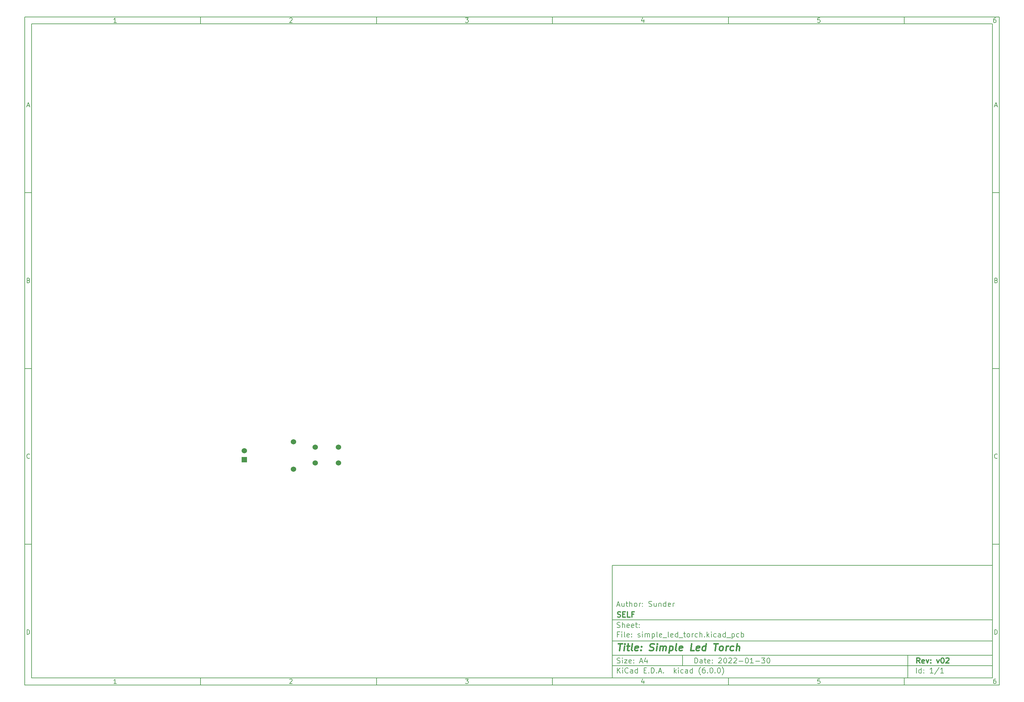
<source format=gbr>
%TF.GenerationSoftware,KiCad,Pcbnew,(6.0.0)*%
%TF.CreationDate,2022-01-30T14:03:21+05:30*%
%TF.ProjectId,simple_led_torch,73696d70-6c65-45f6-9c65-645f746f7263,v02*%
%TF.SameCoordinates,Original*%
%TF.FileFunction,Copper,L2,Bot*%
%TF.FilePolarity,Positive*%
%FSLAX46Y46*%
G04 Gerber Fmt 4.6, Leading zero omitted, Abs format (unit mm)*
G04 Created by KiCad (PCBNEW (6.0.0)) date 2022-01-30 14:03:21*
%MOMM*%
%LPD*%
G01*
G04 APERTURE LIST*
%ADD10C,0.100000*%
%ADD11C,0.150000*%
%ADD12C,0.300000*%
%ADD13C,0.400000*%
%TA.AperFunction,ComponentPad*%
%ADD14C,1.524000*%
%TD*%
%TA.AperFunction,ComponentPad*%
%ADD15R,1.524000X1.524000*%
%TD*%
G04 APERTURE END LIST*
D10*
D11*
X177002200Y-166007200D02*
X177002200Y-198007200D01*
X285002200Y-198007200D01*
X285002200Y-166007200D01*
X177002200Y-166007200D01*
D10*
D11*
X10000000Y-10000000D02*
X10000000Y-200007200D01*
X287002200Y-200007200D01*
X287002200Y-10000000D01*
X10000000Y-10000000D01*
D10*
D11*
X12000000Y-12000000D02*
X12000000Y-198007200D01*
X285002200Y-198007200D01*
X285002200Y-12000000D01*
X12000000Y-12000000D01*
D10*
D11*
X60000000Y-12000000D02*
X60000000Y-10000000D01*
D10*
D11*
X110000000Y-12000000D02*
X110000000Y-10000000D01*
D10*
D11*
X160000000Y-12000000D02*
X160000000Y-10000000D01*
D10*
D11*
X210000000Y-12000000D02*
X210000000Y-10000000D01*
D10*
D11*
X260000000Y-12000000D02*
X260000000Y-10000000D01*
D10*
D11*
X36065476Y-11588095D02*
X35322619Y-11588095D01*
X35694047Y-11588095D02*
X35694047Y-10288095D01*
X35570238Y-10473809D01*
X35446428Y-10597619D01*
X35322619Y-10659523D01*
D10*
D11*
X85322619Y-10411904D02*
X85384523Y-10350000D01*
X85508333Y-10288095D01*
X85817857Y-10288095D01*
X85941666Y-10350000D01*
X86003571Y-10411904D01*
X86065476Y-10535714D01*
X86065476Y-10659523D01*
X86003571Y-10845238D01*
X85260714Y-11588095D01*
X86065476Y-11588095D01*
D10*
D11*
X135260714Y-10288095D02*
X136065476Y-10288095D01*
X135632142Y-10783333D01*
X135817857Y-10783333D01*
X135941666Y-10845238D01*
X136003571Y-10907142D01*
X136065476Y-11030952D01*
X136065476Y-11340476D01*
X136003571Y-11464285D01*
X135941666Y-11526190D01*
X135817857Y-11588095D01*
X135446428Y-11588095D01*
X135322619Y-11526190D01*
X135260714Y-11464285D01*
D10*
D11*
X185941666Y-10721428D02*
X185941666Y-11588095D01*
X185632142Y-10226190D02*
X185322619Y-11154761D01*
X186127380Y-11154761D01*
D10*
D11*
X236003571Y-10288095D02*
X235384523Y-10288095D01*
X235322619Y-10907142D01*
X235384523Y-10845238D01*
X235508333Y-10783333D01*
X235817857Y-10783333D01*
X235941666Y-10845238D01*
X236003571Y-10907142D01*
X236065476Y-11030952D01*
X236065476Y-11340476D01*
X236003571Y-11464285D01*
X235941666Y-11526190D01*
X235817857Y-11588095D01*
X235508333Y-11588095D01*
X235384523Y-11526190D01*
X235322619Y-11464285D01*
D10*
D11*
X285941666Y-10288095D02*
X285694047Y-10288095D01*
X285570238Y-10350000D01*
X285508333Y-10411904D01*
X285384523Y-10597619D01*
X285322619Y-10845238D01*
X285322619Y-11340476D01*
X285384523Y-11464285D01*
X285446428Y-11526190D01*
X285570238Y-11588095D01*
X285817857Y-11588095D01*
X285941666Y-11526190D01*
X286003571Y-11464285D01*
X286065476Y-11340476D01*
X286065476Y-11030952D01*
X286003571Y-10907142D01*
X285941666Y-10845238D01*
X285817857Y-10783333D01*
X285570238Y-10783333D01*
X285446428Y-10845238D01*
X285384523Y-10907142D01*
X285322619Y-11030952D01*
D10*
D11*
X60000000Y-198007200D02*
X60000000Y-200007200D01*
D10*
D11*
X110000000Y-198007200D02*
X110000000Y-200007200D01*
D10*
D11*
X160000000Y-198007200D02*
X160000000Y-200007200D01*
D10*
D11*
X210000000Y-198007200D02*
X210000000Y-200007200D01*
D10*
D11*
X260000000Y-198007200D02*
X260000000Y-200007200D01*
D10*
D11*
X36065476Y-199595295D02*
X35322619Y-199595295D01*
X35694047Y-199595295D02*
X35694047Y-198295295D01*
X35570238Y-198481009D01*
X35446428Y-198604819D01*
X35322619Y-198666723D01*
D10*
D11*
X85322619Y-198419104D02*
X85384523Y-198357200D01*
X85508333Y-198295295D01*
X85817857Y-198295295D01*
X85941666Y-198357200D01*
X86003571Y-198419104D01*
X86065476Y-198542914D01*
X86065476Y-198666723D01*
X86003571Y-198852438D01*
X85260714Y-199595295D01*
X86065476Y-199595295D01*
D10*
D11*
X135260714Y-198295295D02*
X136065476Y-198295295D01*
X135632142Y-198790533D01*
X135817857Y-198790533D01*
X135941666Y-198852438D01*
X136003571Y-198914342D01*
X136065476Y-199038152D01*
X136065476Y-199347676D01*
X136003571Y-199471485D01*
X135941666Y-199533390D01*
X135817857Y-199595295D01*
X135446428Y-199595295D01*
X135322619Y-199533390D01*
X135260714Y-199471485D01*
D10*
D11*
X185941666Y-198728628D02*
X185941666Y-199595295D01*
X185632142Y-198233390D02*
X185322619Y-199161961D01*
X186127380Y-199161961D01*
D10*
D11*
X236003571Y-198295295D02*
X235384523Y-198295295D01*
X235322619Y-198914342D01*
X235384523Y-198852438D01*
X235508333Y-198790533D01*
X235817857Y-198790533D01*
X235941666Y-198852438D01*
X236003571Y-198914342D01*
X236065476Y-199038152D01*
X236065476Y-199347676D01*
X236003571Y-199471485D01*
X235941666Y-199533390D01*
X235817857Y-199595295D01*
X235508333Y-199595295D01*
X235384523Y-199533390D01*
X235322619Y-199471485D01*
D10*
D11*
X285941666Y-198295295D02*
X285694047Y-198295295D01*
X285570238Y-198357200D01*
X285508333Y-198419104D01*
X285384523Y-198604819D01*
X285322619Y-198852438D01*
X285322619Y-199347676D01*
X285384523Y-199471485D01*
X285446428Y-199533390D01*
X285570238Y-199595295D01*
X285817857Y-199595295D01*
X285941666Y-199533390D01*
X286003571Y-199471485D01*
X286065476Y-199347676D01*
X286065476Y-199038152D01*
X286003571Y-198914342D01*
X285941666Y-198852438D01*
X285817857Y-198790533D01*
X285570238Y-198790533D01*
X285446428Y-198852438D01*
X285384523Y-198914342D01*
X285322619Y-199038152D01*
D10*
D11*
X10000000Y-60000000D02*
X12000000Y-60000000D01*
D10*
D11*
X10000000Y-110000000D02*
X12000000Y-110000000D01*
D10*
D11*
X10000000Y-160000000D02*
X12000000Y-160000000D01*
D10*
D11*
X10690476Y-35216666D02*
X11309523Y-35216666D01*
X10566666Y-35588095D02*
X11000000Y-34288095D01*
X11433333Y-35588095D01*
D10*
D11*
X11092857Y-84907142D02*
X11278571Y-84969047D01*
X11340476Y-85030952D01*
X11402380Y-85154761D01*
X11402380Y-85340476D01*
X11340476Y-85464285D01*
X11278571Y-85526190D01*
X11154761Y-85588095D01*
X10659523Y-85588095D01*
X10659523Y-84288095D01*
X11092857Y-84288095D01*
X11216666Y-84350000D01*
X11278571Y-84411904D01*
X11340476Y-84535714D01*
X11340476Y-84659523D01*
X11278571Y-84783333D01*
X11216666Y-84845238D01*
X11092857Y-84907142D01*
X10659523Y-84907142D01*
D10*
D11*
X11402380Y-135464285D02*
X11340476Y-135526190D01*
X11154761Y-135588095D01*
X11030952Y-135588095D01*
X10845238Y-135526190D01*
X10721428Y-135402380D01*
X10659523Y-135278571D01*
X10597619Y-135030952D01*
X10597619Y-134845238D01*
X10659523Y-134597619D01*
X10721428Y-134473809D01*
X10845238Y-134350000D01*
X11030952Y-134288095D01*
X11154761Y-134288095D01*
X11340476Y-134350000D01*
X11402380Y-134411904D01*
D10*
D11*
X10659523Y-185588095D02*
X10659523Y-184288095D01*
X10969047Y-184288095D01*
X11154761Y-184350000D01*
X11278571Y-184473809D01*
X11340476Y-184597619D01*
X11402380Y-184845238D01*
X11402380Y-185030952D01*
X11340476Y-185278571D01*
X11278571Y-185402380D01*
X11154761Y-185526190D01*
X10969047Y-185588095D01*
X10659523Y-185588095D01*
D10*
D11*
X287002200Y-60000000D02*
X285002200Y-60000000D01*
D10*
D11*
X287002200Y-110000000D02*
X285002200Y-110000000D01*
D10*
D11*
X287002200Y-160000000D02*
X285002200Y-160000000D01*
D10*
D11*
X285692676Y-35216666D02*
X286311723Y-35216666D01*
X285568866Y-35588095D02*
X286002200Y-34288095D01*
X286435533Y-35588095D01*
D10*
D11*
X286095057Y-84907142D02*
X286280771Y-84969047D01*
X286342676Y-85030952D01*
X286404580Y-85154761D01*
X286404580Y-85340476D01*
X286342676Y-85464285D01*
X286280771Y-85526190D01*
X286156961Y-85588095D01*
X285661723Y-85588095D01*
X285661723Y-84288095D01*
X286095057Y-84288095D01*
X286218866Y-84350000D01*
X286280771Y-84411904D01*
X286342676Y-84535714D01*
X286342676Y-84659523D01*
X286280771Y-84783333D01*
X286218866Y-84845238D01*
X286095057Y-84907142D01*
X285661723Y-84907142D01*
D10*
D11*
X286404580Y-135464285D02*
X286342676Y-135526190D01*
X286156961Y-135588095D01*
X286033152Y-135588095D01*
X285847438Y-135526190D01*
X285723628Y-135402380D01*
X285661723Y-135278571D01*
X285599819Y-135030952D01*
X285599819Y-134845238D01*
X285661723Y-134597619D01*
X285723628Y-134473809D01*
X285847438Y-134350000D01*
X286033152Y-134288095D01*
X286156961Y-134288095D01*
X286342676Y-134350000D01*
X286404580Y-134411904D01*
D10*
D11*
X285661723Y-185588095D02*
X285661723Y-184288095D01*
X285971247Y-184288095D01*
X286156961Y-184350000D01*
X286280771Y-184473809D01*
X286342676Y-184597619D01*
X286404580Y-184845238D01*
X286404580Y-185030952D01*
X286342676Y-185278571D01*
X286280771Y-185402380D01*
X286156961Y-185526190D01*
X285971247Y-185588095D01*
X285661723Y-185588095D01*
D10*
D11*
X200434342Y-193785771D02*
X200434342Y-192285771D01*
X200791485Y-192285771D01*
X201005771Y-192357200D01*
X201148628Y-192500057D01*
X201220057Y-192642914D01*
X201291485Y-192928628D01*
X201291485Y-193142914D01*
X201220057Y-193428628D01*
X201148628Y-193571485D01*
X201005771Y-193714342D01*
X200791485Y-193785771D01*
X200434342Y-193785771D01*
X202577200Y-193785771D02*
X202577200Y-193000057D01*
X202505771Y-192857200D01*
X202362914Y-192785771D01*
X202077200Y-192785771D01*
X201934342Y-192857200D01*
X202577200Y-193714342D02*
X202434342Y-193785771D01*
X202077200Y-193785771D01*
X201934342Y-193714342D01*
X201862914Y-193571485D01*
X201862914Y-193428628D01*
X201934342Y-193285771D01*
X202077200Y-193214342D01*
X202434342Y-193214342D01*
X202577200Y-193142914D01*
X203077200Y-192785771D02*
X203648628Y-192785771D01*
X203291485Y-192285771D02*
X203291485Y-193571485D01*
X203362914Y-193714342D01*
X203505771Y-193785771D01*
X203648628Y-193785771D01*
X204720057Y-193714342D02*
X204577200Y-193785771D01*
X204291485Y-193785771D01*
X204148628Y-193714342D01*
X204077200Y-193571485D01*
X204077200Y-193000057D01*
X204148628Y-192857200D01*
X204291485Y-192785771D01*
X204577200Y-192785771D01*
X204720057Y-192857200D01*
X204791485Y-193000057D01*
X204791485Y-193142914D01*
X204077200Y-193285771D01*
X205434342Y-193642914D02*
X205505771Y-193714342D01*
X205434342Y-193785771D01*
X205362914Y-193714342D01*
X205434342Y-193642914D01*
X205434342Y-193785771D01*
X205434342Y-192857200D02*
X205505771Y-192928628D01*
X205434342Y-193000057D01*
X205362914Y-192928628D01*
X205434342Y-192857200D01*
X205434342Y-193000057D01*
X207220057Y-192428628D02*
X207291485Y-192357200D01*
X207434342Y-192285771D01*
X207791485Y-192285771D01*
X207934342Y-192357200D01*
X208005771Y-192428628D01*
X208077200Y-192571485D01*
X208077200Y-192714342D01*
X208005771Y-192928628D01*
X207148628Y-193785771D01*
X208077200Y-193785771D01*
X209005771Y-192285771D02*
X209148628Y-192285771D01*
X209291485Y-192357200D01*
X209362914Y-192428628D01*
X209434342Y-192571485D01*
X209505771Y-192857200D01*
X209505771Y-193214342D01*
X209434342Y-193500057D01*
X209362914Y-193642914D01*
X209291485Y-193714342D01*
X209148628Y-193785771D01*
X209005771Y-193785771D01*
X208862914Y-193714342D01*
X208791485Y-193642914D01*
X208720057Y-193500057D01*
X208648628Y-193214342D01*
X208648628Y-192857200D01*
X208720057Y-192571485D01*
X208791485Y-192428628D01*
X208862914Y-192357200D01*
X209005771Y-192285771D01*
X210077200Y-192428628D02*
X210148628Y-192357200D01*
X210291485Y-192285771D01*
X210648628Y-192285771D01*
X210791485Y-192357200D01*
X210862914Y-192428628D01*
X210934342Y-192571485D01*
X210934342Y-192714342D01*
X210862914Y-192928628D01*
X210005771Y-193785771D01*
X210934342Y-193785771D01*
X211505771Y-192428628D02*
X211577200Y-192357200D01*
X211720057Y-192285771D01*
X212077200Y-192285771D01*
X212220057Y-192357200D01*
X212291485Y-192428628D01*
X212362914Y-192571485D01*
X212362914Y-192714342D01*
X212291485Y-192928628D01*
X211434342Y-193785771D01*
X212362914Y-193785771D01*
X213005771Y-193214342D02*
X214148628Y-193214342D01*
X215148628Y-192285771D02*
X215291485Y-192285771D01*
X215434342Y-192357200D01*
X215505771Y-192428628D01*
X215577200Y-192571485D01*
X215648628Y-192857200D01*
X215648628Y-193214342D01*
X215577200Y-193500057D01*
X215505771Y-193642914D01*
X215434342Y-193714342D01*
X215291485Y-193785771D01*
X215148628Y-193785771D01*
X215005771Y-193714342D01*
X214934342Y-193642914D01*
X214862914Y-193500057D01*
X214791485Y-193214342D01*
X214791485Y-192857200D01*
X214862914Y-192571485D01*
X214934342Y-192428628D01*
X215005771Y-192357200D01*
X215148628Y-192285771D01*
X217077200Y-193785771D02*
X216220057Y-193785771D01*
X216648628Y-193785771D02*
X216648628Y-192285771D01*
X216505771Y-192500057D01*
X216362914Y-192642914D01*
X216220057Y-192714342D01*
X217720057Y-193214342D02*
X218862914Y-193214342D01*
X219434342Y-192285771D02*
X220362914Y-192285771D01*
X219862914Y-192857200D01*
X220077200Y-192857200D01*
X220220057Y-192928628D01*
X220291485Y-193000057D01*
X220362914Y-193142914D01*
X220362914Y-193500057D01*
X220291485Y-193642914D01*
X220220057Y-193714342D01*
X220077200Y-193785771D01*
X219648628Y-193785771D01*
X219505771Y-193714342D01*
X219434342Y-193642914D01*
X221291485Y-192285771D02*
X221434342Y-192285771D01*
X221577200Y-192357200D01*
X221648628Y-192428628D01*
X221720057Y-192571485D01*
X221791485Y-192857200D01*
X221791485Y-193214342D01*
X221720057Y-193500057D01*
X221648628Y-193642914D01*
X221577200Y-193714342D01*
X221434342Y-193785771D01*
X221291485Y-193785771D01*
X221148628Y-193714342D01*
X221077200Y-193642914D01*
X221005771Y-193500057D01*
X220934342Y-193214342D01*
X220934342Y-192857200D01*
X221005771Y-192571485D01*
X221077200Y-192428628D01*
X221148628Y-192357200D01*
X221291485Y-192285771D01*
D10*
D11*
X177002200Y-194507200D02*
X285002200Y-194507200D01*
D10*
D11*
X178434342Y-196585771D02*
X178434342Y-195085771D01*
X179291485Y-196585771D02*
X178648628Y-195728628D01*
X179291485Y-195085771D02*
X178434342Y-195942914D01*
X179934342Y-196585771D02*
X179934342Y-195585771D01*
X179934342Y-195085771D02*
X179862914Y-195157200D01*
X179934342Y-195228628D01*
X180005771Y-195157200D01*
X179934342Y-195085771D01*
X179934342Y-195228628D01*
X181505771Y-196442914D02*
X181434342Y-196514342D01*
X181220057Y-196585771D01*
X181077200Y-196585771D01*
X180862914Y-196514342D01*
X180720057Y-196371485D01*
X180648628Y-196228628D01*
X180577200Y-195942914D01*
X180577200Y-195728628D01*
X180648628Y-195442914D01*
X180720057Y-195300057D01*
X180862914Y-195157200D01*
X181077200Y-195085771D01*
X181220057Y-195085771D01*
X181434342Y-195157200D01*
X181505771Y-195228628D01*
X182791485Y-196585771D02*
X182791485Y-195800057D01*
X182720057Y-195657200D01*
X182577200Y-195585771D01*
X182291485Y-195585771D01*
X182148628Y-195657200D01*
X182791485Y-196514342D02*
X182648628Y-196585771D01*
X182291485Y-196585771D01*
X182148628Y-196514342D01*
X182077200Y-196371485D01*
X182077200Y-196228628D01*
X182148628Y-196085771D01*
X182291485Y-196014342D01*
X182648628Y-196014342D01*
X182791485Y-195942914D01*
X184148628Y-196585771D02*
X184148628Y-195085771D01*
X184148628Y-196514342D02*
X184005771Y-196585771D01*
X183720057Y-196585771D01*
X183577200Y-196514342D01*
X183505771Y-196442914D01*
X183434342Y-196300057D01*
X183434342Y-195871485D01*
X183505771Y-195728628D01*
X183577200Y-195657200D01*
X183720057Y-195585771D01*
X184005771Y-195585771D01*
X184148628Y-195657200D01*
X186005771Y-195800057D02*
X186505771Y-195800057D01*
X186720057Y-196585771D02*
X186005771Y-196585771D01*
X186005771Y-195085771D01*
X186720057Y-195085771D01*
X187362914Y-196442914D02*
X187434342Y-196514342D01*
X187362914Y-196585771D01*
X187291485Y-196514342D01*
X187362914Y-196442914D01*
X187362914Y-196585771D01*
X188077200Y-196585771D02*
X188077200Y-195085771D01*
X188434342Y-195085771D01*
X188648628Y-195157200D01*
X188791485Y-195300057D01*
X188862914Y-195442914D01*
X188934342Y-195728628D01*
X188934342Y-195942914D01*
X188862914Y-196228628D01*
X188791485Y-196371485D01*
X188648628Y-196514342D01*
X188434342Y-196585771D01*
X188077200Y-196585771D01*
X189577200Y-196442914D02*
X189648628Y-196514342D01*
X189577200Y-196585771D01*
X189505771Y-196514342D01*
X189577200Y-196442914D01*
X189577200Y-196585771D01*
X190220057Y-196157200D02*
X190934342Y-196157200D01*
X190077200Y-196585771D02*
X190577200Y-195085771D01*
X191077200Y-196585771D01*
X191577200Y-196442914D02*
X191648628Y-196514342D01*
X191577200Y-196585771D01*
X191505771Y-196514342D01*
X191577200Y-196442914D01*
X191577200Y-196585771D01*
X194577200Y-196585771D02*
X194577200Y-195085771D01*
X194720057Y-196014342D02*
X195148628Y-196585771D01*
X195148628Y-195585771D02*
X194577200Y-196157200D01*
X195791485Y-196585771D02*
X195791485Y-195585771D01*
X195791485Y-195085771D02*
X195720057Y-195157200D01*
X195791485Y-195228628D01*
X195862914Y-195157200D01*
X195791485Y-195085771D01*
X195791485Y-195228628D01*
X197148628Y-196514342D02*
X197005771Y-196585771D01*
X196720057Y-196585771D01*
X196577200Y-196514342D01*
X196505771Y-196442914D01*
X196434342Y-196300057D01*
X196434342Y-195871485D01*
X196505771Y-195728628D01*
X196577200Y-195657200D01*
X196720057Y-195585771D01*
X197005771Y-195585771D01*
X197148628Y-195657200D01*
X198434342Y-196585771D02*
X198434342Y-195800057D01*
X198362914Y-195657200D01*
X198220057Y-195585771D01*
X197934342Y-195585771D01*
X197791485Y-195657200D01*
X198434342Y-196514342D02*
X198291485Y-196585771D01*
X197934342Y-196585771D01*
X197791485Y-196514342D01*
X197720057Y-196371485D01*
X197720057Y-196228628D01*
X197791485Y-196085771D01*
X197934342Y-196014342D01*
X198291485Y-196014342D01*
X198434342Y-195942914D01*
X199791485Y-196585771D02*
X199791485Y-195085771D01*
X199791485Y-196514342D02*
X199648628Y-196585771D01*
X199362914Y-196585771D01*
X199220057Y-196514342D01*
X199148628Y-196442914D01*
X199077200Y-196300057D01*
X199077200Y-195871485D01*
X199148628Y-195728628D01*
X199220057Y-195657200D01*
X199362914Y-195585771D01*
X199648628Y-195585771D01*
X199791485Y-195657200D01*
X202077200Y-197157200D02*
X202005771Y-197085771D01*
X201862914Y-196871485D01*
X201791485Y-196728628D01*
X201720057Y-196514342D01*
X201648628Y-196157200D01*
X201648628Y-195871485D01*
X201720057Y-195514342D01*
X201791485Y-195300057D01*
X201862914Y-195157200D01*
X202005771Y-194942914D01*
X202077200Y-194871485D01*
X203291485Y-195085771D02*
X203005771Y-195085771D01*
X202862914Y-195157200D01*
X202791485Y-195228628D01*
X202648628Y-195442914D01*
X202577200Y-195728628D01*
X202577200Y-196300057D01*
X202648628Y-196442914D01*
X202720057Y-196514342D01*
X202862914Y-196585771D01*
X203148628Y-196585771D01*
X203291485Y-196514342D01*
X203362914Y-196442914D01*
X203434342Y-196300057D01*
X203434342Y-195942914D01*
X203362914Y-195800057D01*
X203291485Y-195728628D01*
X203148628Y-195657200D01*
X202862914Y-195657200D01*
X202720057Y-195728628D01*
X202648628Y-195800057D01*
X202577200Y-195942914D01*
X204077200Y-196442914D02*
X204148628Y-196514342D01*
X204077200Y-196585771D01*
X204005771Y-196514342D01*
X204077200Y-196442914D01*
X204077200Y-196585771D01*
X205077200Y-195085771D02*
X205220057Y-195085771D01*
X205362914Y-195157200D01*
X205434342Y-195228628D01*
X205505771Y-195371485D01*
X205577200Y-195657200D01*
X205577200Y-196014342D01*
X205505771Y-196300057D01*
X205434342Y-196442914D01*
X205362914Y-196514342D01*
X205220057Y-196585771D01*
X205077200Y-196585771D01*
X204934342Y-196514342D01*
X204862914Y-196442914D01*
X204791485Y-196300057D01*
X204720057Y-196014342D01*
X204720057Y-195657200D01*
X204791485Y-195371485D01*
X204862914Y-195228628D01*
X204934342Y-195157200D01*
X205077200Y-195085771D01*
X206220057Y-196442914D02*
X206291485Y-196514342D01*
X206220057Y-196585771D01*
X206148628Y-196514342D01*
X206220057Y-196442914D01*
X206220057Y-196585771D01*
X207220057Y-195085771D02*
X207362914Y-195085771D01*
X207505771Y-195157200D01*
X207577200Y-195228628D01*
X207648628Y-195371485D01*
X207720057Y-195657200D01*
X207720057Y-196014342D01*
X207648628Y-196300057D01*
X207577200Y-196442914D01*
X207505771Y-196514342D01*
X207362914Y-196585771D01*
X207220057Y-196585771D01*
X207077200Y-196514342D01*
X207005771Y-196442914D01*
X206934342Y-196300057D01*
X206862914Y-196014342D01*
X206862914Y-195657200D01*
X206934342Y-195371485D01*
X207005771Y-195228628D01*
X207077200Y-195157200D01*
X207220057Y-195085771D01*
X208220057Y-197157200D02*
X208291485Y-197085771D01*
X208434342Y-196871485D01*
X208505771Y-196728628D01*
X208577200Y-196514342D01*
X208648628Y-196157200D01*
X208648628Y-195871485D01*
X208577200Y-195514342D01*
X208505771Y-195300057D01*
X208434342Y-195157200D01*
X208291485Y-194942914D01*
X208220057Y-194871485D01*
D10*
D11*
X177002200Y-191507200D02*
X285002200Y-191507200D01*
D10*
D12*
X264411485Y-193785771D02*
X263911485Y-193071485D01*
X263554342Y-193785771D02*
X263554342Y-192285771D01*
X264125771Y-192285771D01*
X264268628Y-192357200D01*
X264340057Y-192428628D01*
X264411485Y-192571485D01*
X264411485Y-192785771D01*
X264340057Y-192928628D01*
X264268628Y-193000057D01*
X264125771Y-193071485D01*
X263554342Y-193071485D01*
X265625771Y-193714342D02*
X265482914Y-193785771D01*
X265197200Y-193785771D01*
X265054342Y-193714342D01*
X264982914Y-193571485D01*
X264982914Y-193000057D01*
X265054342Y-192857200D01*
X265197200Y-192785771D01*
X265482914Y-192785771D01*
X265625771Y-192857200D01*
X265697200Y-193000057D01*
X265697200Y-193142914D01*
X264982914Y-193285771D01*
X266197200Y-192785771D02*
X266554342Y-193785771D01*
X266911485Y-192785771D01*
X267482914Y-193642914D02*
X267554342Y-193714342D01*
X267482914Y-193785771D01*
X267411485Y-193714342D01*
X267482914Y-193642914D01*
X267482914Y-193785771D01*
X267482914Y-192857200D02*
X267554342Y-192928628D01*
X267482914Y-193000057D01*
X267411485Y-192928628D01*
X267482914Y-192857200D01*
X267482914Y-193000057D01*
X269197200Y-192785771D02*
X269554342Y-193785771D01*
X269911485Y-192785771D01*
X270768628Y-192285771D02*
X270911485Y-192285771D01*
X271054342Y-192357200D01*
X271125771Y-192428628D01*
X271197200Y-192571485D01*
X271268628Y-192857200D01*
X271268628Y-193214342D01*
X271197200Y-193500057D01*
X271125771Y-193642914D01*
X271054342Y-193714342D01*
X270911485Y-193785771D01*
X270768628Y-193785771D01*
X270625771Y-193714342D01*
X270554342Y-193642914D01*
X270482914Y-193500057D01*
X270411485Y-193214342D01*
X270411485Y-192857200D01*
X270482914Y-192571485D01*
X270554342Y-192428628D01*
X270625771Y-192357200D01*
X270768628Y-192285771D01*
X271840057Y-192428628D02*
X271911485Y-192357200D01*
X272054342Y-192285771D01*
X272411485Y-192285771D01*
X272554342Y-192357200D01*
X272625771Y-192428628D01*
X272697200Y-192571485D01*
X272697200Y-192714342D01*
X272625771Y-192928628D01*
X271768628Y-193785771D01*
X272697200Y-193785771D01*
D10*
D11*
X178362914Y-193714342D02*
X178577200Y-193785771D01*
X178934342Y-193785771D01*
X179077200Y-193714342D01*
X179148628Y-193642914D01*
X179220057Y-193500057D01*
X179220057Y-193357200D01*
X179148628Y-193214342D01*
X179077200Y-193142914D01*
X178934342Y-193071485D01*
X178648628Y-193000057D01*
X178505771Y-192928628D01*
X178434342Y-192857200D01*
X178362914Y-192714342D01*
X178362914Y-192571485D01*
X178434342Y-192428628D01*
X178505771Y-192357200D01*
X178648628Y-192285771D01*
X179005771Y-192285771D01*
X179220057Y-192357200D01*
X179862914Y-193785771D02*
X179862914Y-192785771D01*
X179862914Y-192285771D02*
X179791485Y-192357200D01*
X179862914Y-192428628D01*
X179934342Y-192357200D01*
X179862914Y-192285771D01*
X179862914Y-192428628D01*
X180434342Y-192785771D02*
X181220057Y-192785771D01*
X180434342Y-193785771D01*
X181220057Y-193785771D01*
X182362914Y-193714342D02*
X182220057Y-193785771D01*
X181934342Y-193785771D01*
X181791485Y-193714342D01*
X181720057Y-193571485D01*
X181720057Y-193000057D01*
X181791485Y-192857200D01*
X181934342Y-192785771D01*
X182220057Y-192785771D01*
X182362914Y-192857200D01*
X182434342Y-193000057D01*
X182434342Y-193142914D01*
X181720057Y-193285771D01*
X183077200Y-193642914D02*
X183148628Y-193714342D01*
X183077200Y-193785771D01*
X183005771Y-193714342D01*
X183077200Y-193642914D01*
X183077200Y-193785771D01*
X183077200Y-192857200D02*
X183148628Y-192928628D01*
X183077200Y-193000057D01*
X183005771Y-192928628D01*
X183077200Y-192857200D01*
X183077200Y-193000057D01*
X184862914Y-193357200D02*
X185577200Y-193357200D01*
X184720057Y-193785771D02*
X185220057Y-192285771D01*
X185720057Y-193785771D01*
X186862914Y-192785771D02*
X186862914Y-193785771D01*
X186505771Y-192214342D02*
X186148628Y-193285771D01*
X187077200Y-193285771D01*
D10*
D11*
X263434342Y-196585771D02*
X263434342Y-195085771D01*
X264791485Y-196585771D02*
X264791485Y-195085771D01*
X264791485Y-196514342D02*
X264648628Y-196585771D01*
X264362914Y-196585771D01*
X264220057Y-196514342D01*
X264148628Y-196442914D01*
X264077200Y-196300057D01*
X264077200Y-195871485D01*
X264148628Y-195728628D01*
X264220057Y-195657200D01*
X264362914Y-195585771D01*
X264648628Y-195585771D01*
X264791485Y-195657200D01*
X265505771Y-196442914D02*
X265577200Y-196514342D01*
X265505771Y-196585771D01*
X265434342Y-196514342D01*
X265505771Y-196442914D01*
X265505771Y-196585771D01*
X265505771Y-195657200D02*
X265577200Y-195728628D01*
X265505771Y-195800057D01*
X265434342Y-195728628D01*
X265505771Y-195657200D01*
X265505771Y-195800057D01*
X268148628Y-196585771D02*
X267291485Y-196585771D01*
X267720057Y-196585771D02*
X267720057Y-195085771D01*
X267577200Y-195300057D01*
X267434342Y-195442914D01*
X267291485Y-195514342D01*
X269862914Y-195014342D02*
X268577200Y-196942914D01*
X271148628Y-196585771D02*
X270291485Y-196585771D01*
X270720057Y-196585771D02*
X270720057Y-195085771D01*
X270577200Y-195300057D01*
X270434342Y-195442914D01*
X270291485Y-195514342D01*
D10*
D11*
X177002200Y-187507200D02*
X285002200Y-187507200D01*
D10*
D13*
X178714580Y-188211961D02*
X179857438Y-188211961D01*
X179036009Y-190211961D02*
X179286009Y-188211961D01*
X180274104Y-190211961D02*
X180440771Y-188878628D01*
X180524104Y-188211961D02*
X180416961Y-188307200D01*
X180500295Y-188402438D01*
X180607438Y-188307200D01*
X180524104Y-188211961D01*
X180500295Y-188402438D01*
X181107438Y-188878628D02*
X181869342Y-188878628D01*
X181476485Y-188211961D02*
X181262200Y-189926247D01*
X181333628Y-190116723D01*
X181512200Y-190211961D01*
X181702676Y-190211961D01*
X182655057Y-190211961D02*
X182476485Y-190116723D01*
X182405057Y-189926247D01*
X182619342Y-188211961D01*
X184190771Y-190116723D02*
X183988390Y-190211961D01*
X183607438Y-190211961D01*
X183428866Y-190116723D01*
X183357438Y-189926247D01*
X183452676Y-189164342D01*
X183571723Y-188973866D01*
X183774104Y-188878628D01*
X184155057Y-188878628D01*
X184333628Y-188973866D01*
X184405057Y-189164342D01*
X184381247Y-189354819D01*
X183405057Y-189545295D01*
X185155057Y-190021485D02*
X185238390Y-190116723D01*
X185131247Y-190211961D01*
X185047914Y-190116723D01*
X185155057Y-190021485D01*
X185131247Y-190211961D01*
X185286009Y-188973866D02*
X185369342Y-189069104D01*
X185262200Y-189164342D01*
X185178866Y-189069104D01*
X185286009Y-188973866D01*
X185262200Y-189164342D01*
X187524104Y-190116723D02*
X187797914Y-190211961D01*
X188274104Y-190211961D01*
X188476485Y-190116723D01*
X188583628Y-190021485D01*
X188702676Y-189831009D01*
X188726485Y-189640533D01*
X188655057Y-189450057D01*
X188571723Y-189354819D01*
X188393152Y-189259580D01*
X188024104Y-189164342D01*
X187845533Y-189069104D01*
X187762200Y-188973866D01*
X187690771Y-188783390D01*
X187714580Y-188592914D01*
X187833628Y-188402438D01*
X187940771Y-188307200D01*
X188143152Y-188211961D01*
X188619342Y-188211961D01*
X188893152Y-188307200D01*
X189512200Y-190211961D02*
X189678866Y-188878628D01*
X189762200Y-188211961D02*
X189655057Y-188307200D01*
X189738390Y-188402438D01*
X189845533Y-188307200D01*
X189762200Y-188211961D01*
X189738390Y-188402438D01*
X190464580Y-190211961D02*
X190631247Y-188878628D01*
X190607438Y-189069104D02*
X190714580Y-188973866D01*
X190916961Y-188878628D01*
X191202676Y-188878628D01*
X191381247Y-188973866D01*
X191452676Y-189164342D01*
X191321723Y-190211961D01*
X191452676Y-189164342D02*
X191571723Y-188973866D01*
X191774104Y-188878628D01*
X192059819Y-188878628D01*
X192238390Y-188973866D01*
X192309819Y-189164342D01*
X192178866Y-190211961D01*
X193297914Y-188878628D02*
X193047914Y-190878628D01*
X193286009Y-188973866D02*
X193488390Y-188878628D01*
X193869342Y-188878628D01*
X194047914Y-188973866D01*
X194131247Y-189069104D01*
X194202676Y-189259580D01*
X194131247Y-189831009D01*
X194012200Y-190021485D01*
X193905057Y-190116723D01*
X193702676Y-190211961D01*
X193321723Y-190211961D01*
X193143152Y-190116723D01*
X195226485Y-190211961D02*
X195047914Y-190116723D01*
X194976485Y-189926247D01*
X195190771Y-188211961D01*
X196762200Y-190116723D02*
X196559819Y-190211961D01*
X196178866Y-190211961D01*
X196000295Y-190116723D01*
X195928866Y-189926247D01*
X196024104Y-189164342D01*
X196143152Y-188973866D01*
X196345533Y-188878628D01*
X196726485Y-188878628D01*
X196905057Y-188973866D01*
X196976485Y-189164342D01*
X196952676Y-189354819D01*
X195976485Y-189545295D01*
X200178866Y-190211961D02*
X199226485Y-190211961D01*
X199476485Y-188211961D01*
X201619342Y-190116723D02*
X201416961Y-190211961D01*
X201036009Y-190211961D01*
X200857438Y-190116723D01*
X200786009Y-189926247D01*
X200881247Y-189164342D01*
X201000295Y-188973866D01*
X201202676Y-188878628D01*
X201583628Y-188878628D01*
X201762200Y-188973866D01*
X201833628Y-189164342D01*
X201809819Y-189354819D01*
X200833628Y-189545295D01*
X203416961Y-190211961D02*
X203666961Y-188211961D01*
X203428866Y-190116723D02*
X203226485Y-190211961D01*
X202845533Y-190211961D01*
X202666961Y-190116723D01*
X202583628Y-190021485D01*
X202512200Y-189831009D01*
X202583628Y-189259580D01*
X202702676Y-189069104D01*
X202809819Y-188973866D01*
X203012200Y-188878628D01*
X203393152Y-188878628D01*
X203571723Y-188973866D01*
X205857438Y-188211961D02*
X207000295Y-188211961D01*
X206178866Y-190211961D02*
X206428866Y-188211961D01*
X207702676Y-190211961D02*
X207524104Y-190116723D01*
X207440771Y-190021485D01*
X207369342Y-189831009D01*
X207440771Y-189259580D01*
X207559819Y-189069104D01*
X207666961Y-188973866D01*
X207869342Y-188878628D01*
X208155057Y-188878628D01*
X208333628Y-188973866D01*
X208416961Y-189069104D01*
X208488390Y-189259580D01*
X208416961Y-189831009D01*
X208297914Y-190021485D01*
X208190771Y-190116723D01*
X207988390Y-190211961D01*
X207702676Y-190211961D01*
X209226485Y-190211961D02*
X209393152Y-188878628D01*
X209345533Y-189259580D02*
X209464580Y-189069104D01*
X209571723Y-188973866D01*
X209774104Y-188878628D01*
X209964580Y-188878628D01*
X211333628Y-190116723D02*
X211131247Y-190211961D01*
X210750295Y-190211961D01*
X210571723Y-190116723D01*
X210488390Y-190021485D01*
X210416961Y-189831009D01*
X210488390Y-189259580D01*
X210607438Y-189069104D01*
X210714580Y-188973866D01*
X210916961Y-188878628D01*
X211297914Y-188878628D01*
X211476485Y-188973866D01*
X212178866Y-190211961D02*
X212428866Y-188211961D01*
X213036009Y-190211961D02*
X213166961Y-189164342D01*
X213095533Y-188973866D01*
X212916961Y-188878628D01*
X212631247Y-188878628D01*
X212428866Y-188973866D01*
X212321723Y-189069104D01*
D10*
D11*
X178934342Y-185600057D02*
X178434342Y-185600057D01*
X178434342Y-186385771D02*
X178434342Y-184885771D01*
X179148628Y-184885771D01*
X179720057Y-186385771D02*
X179720057Y-185385771D01*
X179720057Y-184885771D02*
X179648628Y-184957200D01*
X179720057Y-185028628D01*
X179791485Y-184957200D01*
X179720057Y-184885771D01*
X179720057Y-185028628D01*
X180648628Y-186385771D02*
X180505771Y-186314342D01*
X180434342Y-186171485D01*
X180434342Y-184885771D01*
X181791485Y-186314342D02*
X181648628Y-186385771D01*
X181362914Y-186385771D01*
X181220057Y-186314342D01*
X181148628Y-186171485D01*
X181148628Y-185600057D01*
X181220057Y-185457200D01*
X181362914Y-185385771D01*
X181648628Y-185385771D01*
X181791485Y-185457200D01*
X181862914Y-185600057D01*
X181862914Y-185742914D01*
X181148628Y-185885771D01*
X182505771Y-186242914D02*
X182577200Y-186314342D01*
X182505771Y-186385771D01*
X182434342Y-186314342D01*
X182505771Y-186242914D01*
X182505771Y-186385771D01*
X182505771Y-185457200D02*
X182577200Y-185528628D01*
X182505771Y-185600057D01*
X182434342Y-185528628D01*
X182505771Y-185457200D01*
X182505771Y-185600057D01*
X184291485Y-186314342D02*
X184434342Y-186385771D01*
X184720057Y-186385771D01*
X184862914Y-186314342D01*
X184934342Y-186171485D01*
X184934342Y-186100057D01*
X184862914Y-185957200D01*
X184720057Y-185885771D01*
X184505771Y-185885771D01*
X184362914Y-185814342D01*
X184291485Y-185671485D01*
X184291485Y-185600057D01*
X184362914Y-185457200D01*
X184505771Y-185385771D01*
X184720057Y-185385771D01*
X184862914Y-185457200D01*
X185577200Y-186385771D02*
X185577200Y-185385771D01*
X185577200Y-184885771D02*
X185505771Y-184957200D01*
X185577200Y-185028628D01*
X185648628Y-184957200D01*
X185577200Y-184885771D01*
X185577200Y-185028628D01*
X186291485Y-186385771D02*
X186291485Y-185385771D01*
X186291485Y-185528628D02*
X186362914Y-185457200D01*
X186505771Y-185385771D01*
X186720057Y-185385771D01*
X186862914Y-185457200D01*
X186934342Y-185600057D01*
X186934342Y-186385771D01*
X186934342Y-185600057D02*
X187005771Y-185457200D01*
X187148628Y-185385771D01*
X187362914Y-185385771D01*
X187505771Y-185457200D01*
X187577200Y-185600057D01*
X187577200Y-186385771D01*
X188291485Y-185385771D02*
X188291485Y-186885771D01*
X188291485Y-185457200D02*
X188434342Y-185385771D01*
X188720057Y-185385771D01*
X188862914Y-185457200D01*
X188934342Y-185528628D01*
X189005771Y-185671485D01*
X189005771Y-186100057D01*
X188934342Y-186242914D01*
X188862914Y-186314342D01*
X188720057Y-186385771D01*
X188434342Y-186385771D01*
X188291485Y-186314342D01*
X189862914Y-186385771D02*
X189720057Y-186314342D01*
X189648628Y-186171485D01*
X189648628Y-184885771D01*
X191005771Y-186314342D02*
X190862914Y-186385771D01*
X190577200Y-186385771D01*
X190434342Y-186314342D01*
X190362914Y-186171485D01*
X190362914Y-185600057D01*
X190434342Y-185457200D01*
X190577200Y-185385771D01*
X190862914Y-185385771D01*
X191005771Y-185457200D01*
X191077200Y-185600057D01*
X191077200Y-185742914D01*
X190362914Y-185885771D01*
X191362914Y-186528628D02*
X192505771Y-186528628D01*
X193077200Y-186385771D02*
X192934342Y-186314342D01*
X192862914Y-186171485D01*
X192862914Y-184885771D01*
X194220057Y-186314342D02*
X194077200Y-186385771D01*
X193791485Y-186385771D01*
X193648628Y-186314342D01*
X193577200Y-186171485D01*
X193577200Y-185600057D01*
X193648628Y-185457200D01*
X193791485Y-185385771D01*
X194077200Y-185385771D01*
X194220057Y-185457200D01*
X194291485Y-185600057D01*
X194291485Y-185742914D01*
X193577200Y-185885771D01*
X195577200Y-186385771D02*
X195577200Y-184885771D01*
X195577200Y-186314342D02*
X195434342Y-186385771D01*
X195148628Y-186385771D01*
X195005771Y-186314342D01*
X194934342Y-186242914D01*
X194862914Y-186100057D01*
X194862914Y-185671485D01*
X194934342Y-185528628D01*
X195005771Y-185457200D01*
X195148628Y-185385771D01*
X195434342Y-185385771D01*
X195577200Y-185457200D01*
X195934342Y-186528628D02*
X197077200Y-186528628D01*
X197220057Y-185385771D02*
X197791485Y-185385771D01*
X197434342Y-184885771D02*
X197434342Y-186171485D01*
X197505771Y-186314342D01*
X197648628Y-186385771D01*
X197791485Y-186385771D01*
X198505771Y-186385771D02*
X198362914Y-186314342D01*
X198291485Y-186242914D01*
X198220057Y-186100057D01*
X198220057Y-185671485D01*
X198291485Y-185528628D01*
X198362914Y-185457200D01*
X198505771Y-185385771D01*
X198720057Y-185385771D01*
X198862914Y-185457200D01*
X198934342Y-185528628D01*
X199005771Y-185671485D01*
X199005771Y-186100057D01*
X198934342Y-186242914D01*
X198862914Y-186314342D01*
X198720057Y-186385771D01*
X198505771Y-186385771D01*
X199648628Y-186385771D02*
X199648628Y-185385771D01*
X199648628Y-185671485D02*
X199720057Y-185528628D01*
X199791485Y-185457200D01*
X199934342Y-185385771D01*
X200077200Y-185385771D01*
X201220057Y-186314342D02*
X201077200Y-186385771D01*
X200791485Y-186385771D01*
X200648628Y-186314342D01*
X200577200Y-186242914D01*
X200505771Y-186100057D01*
X200505771Y-185671485D01*
X200577200Y-185528628D01*
X200648628Y-185457200D01*
X200791485Y-185385771D01*
X201077200Y-185385771D01*
X201220057Y-185457200D01*
X201862914Y-186385771D02*
X201862914Y-184885771D01*
X202505771Y-186385771D02*
X202505771Y-185600057D01*
X202434342Y-185457200D01*
X202291485Y-185385771D01*
X202077200Y-185385771D01*
X201934342Y-185457200D01*
X201862914Y-185528628D01*
X203220057Y-186242914D02*
X203291485Y-186314342D01*
X203220057Y-186385771D01*
X203148628Y-186314342D01*
X203220057Y-186242914D01*
X203220057Y-186385771D01*
X203934342Y-186385771D02*
X203934342Y-184885771D01*
X204077200Y-185814342D02*
X204505771Y-186385771D01*
X204505771Y-185385771D02*
X203934342Y-185957200D01*
X205148628Y-186385771D02*
X205148628Y-185385771D01*
X205148628Y-184885771D02*
X205077200Y-184957200D01*
X205148628Y-185028628D01*
X205220057Y-184957200D01*
X205148628Y-184885771D01*
X205148628Y-185028628D01*
X206505771Y-186314342D02*
X206362914Y-186385771D01*
X206077200Y-186385771D01*
X205934342Y-186314342D01*
X205862914Y-186242914D01*
X205791485Y-186100057D01*
X205791485Y-185671485D01*
X205862914Y-185528628D01*
X205934342Y-185457200D01*
X206077200Y-185385771D01*
X206362914Y-185385771D01*
X206505771Y-185457200D01*
X207791485Y-186385771D02*
X207791485Y-185600057D01*
X207720057Y-185457200D01*
X207577200Y-185385771D01*
X207291485Y-185385771D01*
X207148628Y-185457200D01*
X207791485Y-186314342D02*
X207648628Y-186385771D01*
X207291485Y-186385771D01*
X207148628Y-186314342D01*
X207077200Y-186171485D01*
X207077200Y-186028628D01*
X207148628Y-185885771D01*
X207291485Y-185814342D01*
X207648628Y-185814342D01*
X207791485Y-185742914D01*
X209148628Y-186385771D02*
X209148628Y-184885771D01*
X209148628Y-186314342D02*
X209005771Y-186385771D01*
X208720057Y-186385771D01*
X208577200Y-186314342D01*
X208505771Y-186242914D01*
X208434342Y-186100057D01*
X208434342Y-185671485D01*
X208505771Y-185528628D01*
X208577200Y-185457200D01*
X208720057Y-185385771D01*
X209005771Y-185385771D01*
X209148628Y-185457200D01*
X209505771Y-186528628D02*
X210648628Y-186528628D01*
X211005771Y-185385771D02*
X211005771Y-186885771D01*
X211005771Y-185457200D02*
X211148628Y-185385771D01*
X211434342Y-185385771D01*
X211577200Y-185457200D01*
X211648628Y-185528628D01*
X211720057Y-185671485D01*
X211720057Y-186100057D01*
X211648628Y-186242914D01*
X211577200Y-186314342D01*
X211434342Y-186385771D01*
X211148628Y-186385771D01*
X211005771Y-186314342D01*
X213005771Y-186314342D02*
X212862914Y-186385771D01*
X212577200Y-186385771D01*
X212434342Y-186314342D01*
X212362914Y-186242914D01*
X212291485Y-186100057D01*
X212291485Y-185671485D01*
X212362914Y-185528628D01*
X212434342Y-185457200D01*
X212577200Y-185385771D01*
X212862914Y-185385771D01*
X213005771Y-185457200D01*
X213648628Y-186385771D02*
X213648628Y-184885771D01*
X213648628Y-185457200D02*
X213791485Y-185385771D01*
X214077200Y-185385771D01*
X214220057Y-185457200D01*
X214291485Y-185528628D01*
X214362914Y-185671485D01*
X214362914Y-186100057D01*
X214291485Y-186242914D01*
X214220057Y-186314342D01*
X214077200Y-186385771D01*
X213791485Y-186385771D01*
X213648628Y-186314342D01*
D10*
D11*
X177002200Y-181507200D02*
X285002200Y-181507200D01*
D10*
D11*
X178362914Y-183614342D02*
X178577200Y-183685771D01*
X178934342Y-183685771D01*
X179077200Y-183614342D01*
X179148628Y-183542914D01*
X179220057Y-183400057D01*
X179220057Y-183257200D01*
X179148628Y-183114342D01*
X179077200Y-183042914D01*
X178934342Y-182971485D01*
X178648628Y-182900057D01*
X178505771Y-182828628D01*
X178434342Y-182757200D01*
X178362914Y-182614342D01*
X178362914Y-182471485D01*
X178434342Y-182328628D01*
X178505771Y-182257200D01*
X178648628Y-182185771D01*
X179005771Y-182185771D01*
X179220057Y-182257200D01*
X179862914Y-183685771D02*
X179862914Y-182185771D01*
X180505771Y-183685771D02*
X180505771Y-182900057D01*
X180434342Y-182757200D01*
X180291485Y-182685771D01*
X180077200Y-182685771D01*
X179934342Y-182757200D01*
X179862914Y-182828628D01*
X181791485Y-183614342D02*
X181648628Y-183685771D01*
X181362914Y-183685771D01*
X181220057Y-183614342D01*
X181148628Y-183471485D01*
X181148628Y-182900057D01*
X181220057Y-182757200D01*
X181362914Y-182685771D01*
X181648628Y-182685771D01*
X181791485Y-182757200D01*
X181862914Y-182900057D01*
X181862914Y-183042914D01*
X181148628Y-183185771D01*
X183077200Y-183614342D02*
X182934342Y-183685771D01*
X182648628Y-183685771D01*
X182505771Y-183614342D01*
X182434342Y-183471485D01*
X182434342Y-182900057D01*
X182505771Y-182757200D01*
X182648628Y-182685771D01*
X182934342Y-182685771D01*
X183077200Y-182757200D01*
X183148628Y-182900057D01*
X183148628Y-183042914D01*
X182434342Y-183185771D01*
X183577200Y-182685771D02*
X184148628Y-182685771D01*
X183791485Y-182185771D02*
X183791485Y-183471485D01*
X183862914Y-183614342D01*
X184005771Y-183685771D01*
X184148628Y-183685771D01*
X184648628Y-183542914D02*
X184720057Y-183614342D01*
X184648628Y-183685771D01*
X184577200Y-183614342D01*
X184648628Y-183542914D01*
X184648628Y-183685771D01*
X184648628Y-182757200D02*
X184720057Y-182828628D01*
X184648628Y-182900057D01*
X184577200Y-182828628D01*
X184648628Y-182757200D01*
X184648628Y-182900057D01*
D10*
D12*
X178482914Y-180614342D02*
X178697200Y-180685771D01*
X179054342Y-180685771D01*
X179197200Y-180614342D01*
X179268628Y-180542914D01*
X179340057Y-180400057D01*
X179340057Y-180257200D01*
X179268628Y-180114342D01*
X179197200Y-180042914D01*
X179054342Y-179971485D01*
X178768628Y-179900057D01*
X178625771Y-179828628D01*
X178554342Y-179757200D01*
X178482914Y-179614342D01*
X178482914Y-179471485D01*
X178554342Y-179328628D01*
X178625771Y-179257200D01*
X178768628Y-179185771D01*
X179125771Y-179185771D01*
X179340057Y-179257200D01*
X179982914Y-179900057D02*
X180482914Y-179900057D01*
X180697200Y-180685771D02*
X179982914Y-180685771D01*
X179982914Y-179185771D01*
X180697200Y-179185771D01*
X182054342Y-180685771D02*
X181340057Y-180685771D01*
X181340057Y-179185771D01*
X183054342Y-179900057D02*
X182554342Y-179900057D01*
X182554342Y-180685771D02*
X182554342Y-179185771D01*
X183268628Y-179185771D01*
D10*
D11*
X178362914Y-177257200D02*
X179077200Y-177257200D01*
X178220057Y-177685771D02*
X178720057Y-176185771D01*
X179220057Y-177685771D01*
X180362914Y-176685771D02*
X180362914Y-177685771D01*
X179720057Y-176685771D02*
X179720057Y-177471485D01*
X179791485Y-177614342D01*
X179934342Y-177685771D01*
X180148628Y-177685771D01*
X180291485Y-177614342D01*
X180362914Y-177542914D01*
X180862914Y-176685771D02*
X181434342Y-176685771D01*
X181077200Y-176185771D02*
X181077200Y-177471485D01*
X181148628Y-177614342D01*
X181291485Y-177685771D01*
X181434342Y-177685771D01*
X181934342Y-177685771D02*
X181934342Y-176185771D01*
X182577200Y-177685771D02*
X182577200Y-176900057D01*
X182505771Y-176757200D01*
X182362914Y-176685771D01*
X182148628Y-176685771D01*
X182005771Y-176757200D01*
X181934342Y-176828628D01*
X183505771Y-177685771D02*
X183362914Y-177614342D01*
X183291485Y-177542914D01*
X183220057Y-177400057D01*
X183220057Y-176971485D01*
X183291485Y-176828628D01*
X183362914Y-176757200D01*
X183505771Y-176685771D01*
X183720057Y-176685771D01*
X183862914Y-176757200D01*
X183934342Y-176828628D01*
X184005771Y-176971485D01*
X184005771Y-177400057D01*
X183934342Y-177542914D01*
X183862914Y-177614342D01*
X183720057Y-177685771D01*
X183505771Y-177685771D01*
X184648628Y-177685771D02*
X184648628Y-176685771D01*
X184648628Y-176971485D02*
X184720057Y-176828628D01*
X184791485Y-176757200D01*
X184934342Y-176685771D01*
X185077200Y-176685771D01*
X185577200Y-177542914D02*
X185648628Y-177614342D01*
X185577200Y-177685771D01*
X185505771Y-177614342D01*
X185577200Y-177542914D01*
X185577200Y-177685771D01*
X185577200Y-176757200D02*
X185648628Y-176828628D01*
X185577200Y-176900057D01*
X185505771Y-176828628D01*
X185577200Y-176757200D01*
X185577200Y-176900057D01*
X187362914Y-177614342D02*
X187577200Y-177685771D01*
X187934342Y-177685771D01*
X188077200Y-177614342D01*
X188148628Y-177542914D01*
X188220057Y-177400057D01*
X188220057Y-177257200D01*
X188148628Y-177114342D01*
X188077200Y-177042914D01*
X187934342Y-176971485D01*
X187648628Y-176900057D01*
X187505771Y-176828628D01*
X187434342Y-176757200D01*
X187362914Y-176614342D01*
X187362914Y-176471485D01*
X187434342Y-176328628D01*
X187505771Y-176257200D01*
X187648628Y-176185771D01*
X188005771Y-176185771D01*
X188220057Y-176257200D01*
X189505771Y-176685771D02*
X189505771Y-177685771D01*
X188862914Y-176685771D02*
X188862914Y-177471485D01*
X188934342Y-177614342D01*
X189077200Y-177685771D01*
X189291485Y-177685771D01*
X189434342Y-177614342D01*
X189505771Y-177542914D01*
X190220057Y-176685771D02*
X190220057Y-177685771D01*
X190220057Y-176828628D02*
X190291485Y-176757200D01*
X190434342Y-176685771D01*
X190648628Y-176685771D01*
X190791485Y-176757200D01*
X190862914Y-176900057D01*
X190862914Y-177685771D01*
X192220057Y-177685771D02*
X192220057Y-176185771D01*
X192220057Y-177614342D02*
X192077200Y-177685771D01*
X191791485Y-177685771D01*
X191648628Y-177614342D01*
X191577200Y-177542914D01*
X191505771Y-177400057D01*
X191505771Y-176971485D01*
X191577200Y-176828628D01*
X191648628Y-176757200D01*
X191791485Y-176685771D01*
X192077200Y-176685771D01*
X192220057Y-176757200D01*
X193505771Y-177614342D02*
X193362914Y-177685771D01*
X193077200Y-177685771D01*
X192934342Y-177614342D01*
X192862914Y-177471485D01*
X192862914Y-176900057D01*
X192934342Y-176757200D01*
X193077200Y-176685771D01*
X193362914Y-176685771D01*
X193505771Y-176757200D01*
X193577200Y-176900057D01*
X193577200Y-177042914D01*
X192862914Y-177185771D01*
X194220057Y-177685771D02*
X194220057Y-176685771D01*
X194220057Y-176971485D02*
X194291485Y-176828628D01*
X194362914Y-176757200D01*
X194505771Y-176685771D01*
X194648628Y-176685771D01*
D10*
D11*
D10*
D11*
D10*
D11*
D10*
D11*
X197002200Y-191507200D02*
X197002200Y-194507200D01*
D10*
D11*
X261002200Y-191507200D02*
X261002200Y-198007200D01*
D14*
%TO.P,SW1,1*%
%TO.N,Net-(R1-Pad2)*%
X92585000Y-132370000D03*
%TO.P,SW1,2*%
%TO.N,Net-(B1-Pad1)*%
X92585000Y-136870000D03*
%TO.P,SW1,3*%
%TO.N,unconnected-(SW1-Pad3)*%
X99185000Y-132370000D03*
%TO.P,SW1,4*%
%TO.N,unconnected-(SW1-Pad4)*%
X99185000Y-136870000D03*
%TD*%
D15*
%TO.P,D1,1*%
%TO.N,Net-(D1-Pad1)*%
X72390000Y-135890000D03*
D14*
%TO.P,D1,2*%
%TO.N,Net-(B1-Pad2)*%
X72390000Y-133350000D03*
%TD*%
%TO.P,R1,1*%
%TO.N,Net-(D1-Pad1)*%
X86360000Y-138620000D03*
%TO.P,R1,2*%
%TO.N,Net-(R1-Pad2)*%
X86360000Y-130820000D03*
%TD*%
M02*

</source>
